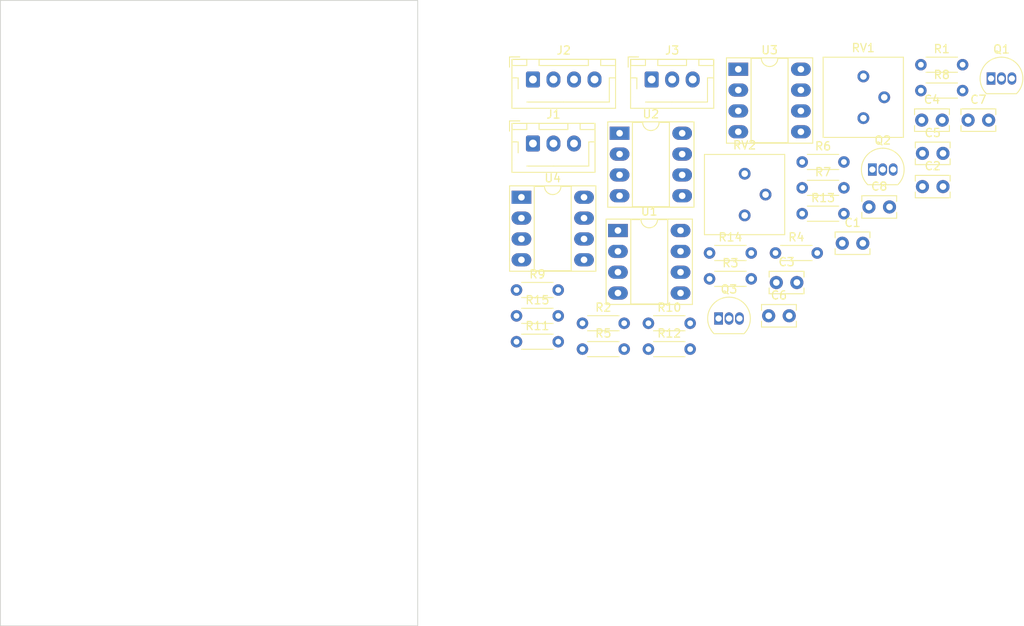
<source format=kicad_pcb>
(kicad_pcb (version 20211014) (generator pcbnew)
  (layers (0 "F.Cu" signal) (31 "B.Cu" signal) (34 "B.Paste" user) (35 "F.Paste" user) (36 "B.SilkS" user "B.Silkscreen") (37 "F.SilkS" user "F.Silkscreen") (38 "B.Mask" user) (39 "F.Mask" user) (44 "Edge.Cuts" user))
  (net 0 "")
  (net 1 "Net-(C1-Pad1)")
  (net 2 "Net-(C1-Pad2)")
  (net 3 "Net-(C2-Pad1)")
  (net 4 "Net-(C2-Pad2)")
  (net 5 "+5V")
  (net 6 "GND")
  (net 7 "-5V")
  (net 8 "/KEY")
  (net 9 "/TUNE")
  (net 10 "/LFO")
  (net 11 "/TRI")
  (net 12 "/SQR")
  (net 13 "/VIN")
  (net 14 "Net-(Q1-Pad3)")
  (net 15 "Net-(Q2-Pad1)")
  (net 16 "Net-(Q3-Pad2)")
  (net 17 "Net-(Q3-Pad1)")
  (net 18 "Net-(R1-Pad2)")
  (net 19 "Net-(R6-Pad2)")
  (net 20 "/VREF")
  (net 21 "/VEXPO")
  (net 22 "Net-(R10-Pad2)")
  (net 23 "Net-(R13-Pad1)")
  (net 24 "Net-(R14-Pad1)")
  (footprint "Potentiometer_THT:Potentiometer_Bourns_3386P_Vertical" (layer "F.Cu") (at 192.21 102.395)
    (fp_text reference "RV2" (at -0.015 -8.555) (layer "F.SilkS"))
    (fp_text value "10k")
    (fp_line (start -4.9 -7.425) (end 4.87 -7.425) (layer "F.SilkS") (width 0.12))
    (fp_line (start 4.87 -7.425) (end 4.87 2.345) (layer "F.SilkS") (width 0.12))
    (fp_line (start -4.9 2.345) (end 4.87 2.345) (layer "F.SilkS") (width 0.12))
    (fp_line (start -4.9 -7.425) (end -4.9 2.345) (layer "F.SilkS") (width 0.12))
    (pad "1" thru_hole circle locked (at 0 0) (size 1.44 1.44) (drill 0.8) (layers *.Cu *.Mask) (net 19 "Net-(R6-Pad2)"))
    (pad "2" thru_hole circle locked (at 2.54 -2.54) (size 1.44 1.44) (drill 0.8) (layers *.Cu *.Mask) (net 19 "Net-(R6-Pad2)"))
    (pad "3" thru_hole circle locked (at 0 -5.08) (size 1.44 1.44) (drill 0.8) (layers *.Cu *.Mask) (net 21 "/VEXPO"))
  )
  (footprint "Resistor_THT:R_Axial_DIN0204_L3.6mm_D1.6mm_P5.08mm_Horizontal" (layer "F.Cu") (at 187.93 110.125)
    (fp_text reference "R3" (at 2.54 -1.92) (layer "F.SilkS"))
    (fp_text value "100k")
    (fp_line (start 0.62 -0.92) (end 4.46 -0.92) (layer "F.SilkS") (width 0.12))
    (fp_line (start 0.62 0.92) (end 4.46 0.92) (layer "F.SilkS") (width 0.12))
    (pad "1" thru_hole circle locked (at 0 0) (size 1.4 1.4) (drill 0.7) (layers *.Cu *.Mask) (net 10 "/LFO"))
    (pad "2" thru_hole oval locked (at 5.08 0) (size 1.4 1.4) (drill 0.7) (layers *.Cu *.Mask) (net 18 "Net-(R1-Pad2)"))
  )
  (footprint "Capacitor_THT:C_Rect_L4.0mm_W2.5mm_P2.50mm" (layer "F.Cu") (at 213.76 90.785)
    (fp_text reference "C4" (at 1.25 -2.5) (layer "F.SilkS"))
    (fp_text value "0.1u")
    (fp_line (start 3.37 0.665) (end 3.37 1.37) (layer "F.SilkS") (width 0.12))
    (fp_line (start -0.87 0.665) (end -0.87 1.37) (layer "F.SilkS") (width 0.12))
    (fp_line (start -0.87 1.37) (end 3.37 1.37) (layer "F.SilkS") (width 0.12))
    (fp_line (start -0.87 -1.37) (end -0.87 -0.665) (layer "F.SilkS") (width 0.12))
    (fp_line (start -0.87 -1.37) (end 3.37 -1.37) (layer "F.SilkS") (width 0.12))
    (fp_line (start 3.37 -1.37) (end 3.37 -0.665) (layer "F.SilkS") (width 0.12))
    (pad "1" thru_hole circle locked (at 0 0) (size 1.6 1.6) (drill 0.8) (layers *.Cu *.Mask) (net 5 "+5V"))
    (pad "2" thru_hole circle locked (at 2.5 0) (size 1.6 1.6) (drill 0.8) (layers *.Cu *.Mask) (net 6 "GND"))
  )
  (footprint "Package_TO_SOT_THT:TO-92_Inline" (layer "F.Cu") (at 207.75 96.805)
    (fp_text reference "Q2" (at 1.27 -3.56) (layer "F.SilkS"))
    (fp_text value "BC548")
    (fp_line (start -0.53 1.85) (end 3.07 1.85) (layer "F.SilkS") (width 0.12))
    (fp_arc (start 1.27 -2.6) (mid 3.672087 -0.994977) (end 3.108478 1.838478) (layer "F.SilkS") (width 0.12))
    (fp_arc (start -0.568478 1.838478) (mid -1.132087 -0.994977) (end 1.27 -2.6) (layer "F.SilkS") (width 0.12))
    (pad "1" thru_hole rect locked (at 0 0) (size 1.05 1.5) (drill 0.75) (layers *.Cu *.Mask) (net 15 "Net-(Q2-Pad1)"))
    (pad "2" thru_hole oval locked (at 1.27 0) (size 1.05 1.5) (drill 0.75) (layers *.Cu *.Mask) (net 6 "GND"))
    (pad "3" thru_hole oval locked (at 2.54 0) (size 1.05 1.5) (drill 0.75) (layers *.Cu *.Mask) (net 14 "Net-(Q1-Pad3)"))
  )
  (footprint "Capacitor_THT:C_Rect_L4.0mm_W2.5mm_P2.50mm" (layer "F.Cu") (at 196.06 110.575)
    (fp_text reference "C3" (at 1.25 -2.5) (layer "F.SilkS"))
    (fp_text value "0.1u")
    (fp_line (start 3.37 -1.37) (end 3.37 -0.665) (layer "F.SilkS") (width 0.12))
    (fp_line (start -0.87 -1.37) (end 3.37 -1.37) (layer "F.SilkS") (width 0.12))
    (fp_line (start -0.87 1.37) (end 3.37 1.37) (layer "F.SilkS") (width 0.12))
    (fp_line (start -0.87 -1.37) (end -0.87 -0.665) (layer "F.SilkS") (width 0.12))
    (fp_line (start -0.87 0.665) (end -0.87 1.37) (layer "F.SilkS") (width 0.12))
    (fp_line (start 3.37 0.665) (end 3.37 1.37) (layer "F.SilkS") (width 0.12))
    (pad "1" thru_hole circle locked (at 0 0) (size 1.6 1.6) (drill 0.8) (layers *.Cu *.Mask) (net 5 "+5V"))
    (pad "2" thru_hole circle locked (at 2.5 0) (size 1.6 1.6) (drill 0.8) (layers *.Cu *.Mask) (net 6 "GND"))
  )
  (footprint "Resistor_THT:R_Axial_DIN0204_L3.6mm_D1.6mm_P5.08mm_Horizontal" (layer "F.Cu") (at 195.96 106.975)
    (fp_text reference "R4" (at 2.54 -1.92) (layer "F.SilkS"))
    (fp_text value "1M")
    (fp_line (start 0.62 -0.92) (end 4.46 -0.92) (layer "F.SilkS") (width 0.12))
    (fp_line (start 0.62 0.92) (end 4.46 0.92) (layer "F.SilkS") (width 0.12))
    (pad "1" thru_hole circle locked (at 0 0) (size 1.4 1.4) (drill 0.7) (layers *.Cu *.Mask) (net 5 "+5V"))
    (pad "2" thru_hole oval locked (at 5.08 0) (size 1.4 1.4) (drill 0.7) (layers *.Cu *.Mask) (net 1 "Net-(C1-Pad1)"))
  )
  (footprint "Package_TO_SOT_THT:TO-92_Inline" (layer "F.Cu") (at 189.03 114.955)
    (fp_text reference "Q3" (at 1.27 -3.56) (layer "F.SilkS"))
    (fp_text value "BC548")
    (fp_line (start -0.53 1.85) (end 3.07 1.85) (layer "F.SilkS") (width 0.12))
    (fp_arc (start 1.27 -2.6) (mid 3.672087 -0.994977) (end 3.108478 1.838478) (layer "F.SilkS") (width 0.12))
    (fp_arc (start -0.568478 1.838478) (mid -1.132087 -0.994977) (end 1.27 -2.6) (layer "F.SilkS") (width 0.12))
    (pad "1" thru_hole rect locked (at 0 0) (size 1.05 1.5) (drill 0.75) (layers *.Cu *.Mask) (net 17 "Net-(Q3-Pad1)"))
    (pad "2" thru_hole oval locked (at 1.27 0) (size 1.05 1.5) (drill 0.75) (layers *.Cu *.Mask) (net 16 "Net-(Q3-Pad2)"))
    (pad "3" thru_hole oval locked (at 2.54 0) (size 1.05 1.5) (drill 0.75) (layers *.Cu *.Mask) (net 6 "GND"))
  )
  (footprint "Resistor_THT:R_Axial_DIN0204_L3.6mm_D1.6mm_P5.08mm_Horizontal" (layer "F.Cu") (at 213.66 84.035)
    (fp_text reference "R1" (at 2.54 -1.92) (layer "F.SilkS"))
    (fp_text value "100k")
    (fp_line (start 0.62 0.92) (end 4.46 0.92) (layer "F.SilkS") (width 0.12))
    (fp_line (start 0.62 -0.92) (end 4.46 -0.92) (layer "F.SilkS") (width 0.12))
    (pad "1" thru_hole circle locked (at 0 0) (size 1.4 1.4) (drill 0.7) (layers *.Cu *.Mask) (net 8 "/KEY"))
    (pad "2" thru_hole oval locked (at 5.08 0) (size 1.4 1.4) (drill 0.7) (layers *.Cu *.Mask) (net 18 "Net-(R1-Pad2)"))
  )
  (footprint "Capacitor_THT:C_Rect_L4.0mm_W2.5mm_P2.50mm" (layer "F.Cu") (at 204.09 105.785)
    (fp_text reference "C1" (at 1.25 -2.5) (layer "F.SilkS"))
    (fp_text value "1n")
    (fp_line (start -0.87 -1.37) (end -0.87 -0.665) (layer "F.SilkS") (width 0.12))
    (fp_line (start -0.87 0.665) (end -0.87 1.37) (layer "F.SilkS") (width 0.12))
    (fp_line (start 3.37 -1.37) (end 3.37 -0.665) (layer "F.SilkS") (width 0.12))
    (fp_line (start 3.37 0.665) (end 3.37 1.37) (layer "F.SilkS") (width 0.12))
    (fp_line (start -0.87 1.37) (end 3.37 1.37) (layer "F.SilkS") (width 0.12))
    (fp_line (start -0.87 -1.37) (end 3.37 -1.37) (layer "F.SilkS") (width 0.12))
    (pad "1" thru_hole circle locked (at 0 0) (size 1.6 1.6) (drill 0.8) (layers *.Cu *.Mask) (net 1 "Net-(C1-Pad1)"))
    (pad "2" thru_hole circle locked (at 2.5 0) (size 1.6 1.6) (drill 0.8) (layers *.Cu *.Mask) (net 2 "Net-(C1-Pad2)"))
  )
  (footprint "Resistor_THT:R_Axial_DIN0204_L3.6mm_D1.6mm_P5.08mm_Horizontal" (layer "F.Cu") (at 213.66 87.185)
    (fp_text reference "R8" (at 2.54 -1.92) (layer "F.SilkS"))
    (fp_text value "100k")
    (fp_line (start 0.62 0.92) (end 4.46 0.92) (layer "F.SilkS") (width 0.12))
    (fp_line (start 0.62 -0.92) (end 4.46 -0.92) (layer "F.SilkS") (width 0.12))
    (pad "1" thru_hole circle locked (at 0 0) (size 1.4 1.4) (drill 0.7) (layers *.Cu *.Mask) (net 20 "/VREF"))
    (pad "2" thru_hole oval locked (at 5.08 0) (size 1.4 1.4) (drill 0.7) (layers *.Cu *.Mask) (net 6 "GND"))
  )
  (footprint "Connector_JST:JST_XH_B3B-XH-AM_1x03_P2.50mm_Vertical" (layer "F.Cu") (at 180.88 85.835)
    (fp_text reference "J3" (at 2.5 -3.55) (layer "F.SilkS"))
    (fp_text value "SIG")
    (fp_line (start -2.56 3.51) (end 7.56 3.51) (layer "F.SilkS") (width 0.12))
    (fp_line (start 7.56 -2.46) (end -2.56 -2.46) (layer "F.SilkS") (width 0.12))
    (fp_line (start 7.56 3.51) (end 7.56 -2.46) (layer "F.SilkS") (width 0.12))
    (fp_line (start 7.55 -1.7) (end 7.55 -2.45) (layer "F.SilkS") (width 0.12))
    (fp_line (start 4.25 -2.45) (end 0.75 -2.45) (layer "F.SilkS") (width 0.12))
    (fp_line (start 0.75 -2.45) (end 0.75 -1.7) (layer "F.SilkS") (width 0.12))
    (fp_line (start 7.55 -0.2) (end 6.8 -0.2) (layer "F.SilkS") (width 0.12))
    (fp_line (start -2.85 -2.75) (end -2.85 -1.5) (layer "F.SilkS") (width 0.12))
    (fp_line (start 6.8 2.75) (end 2.5 2.75) (layer "F.SilkS") (width 0.12))
    (fp_line (start 0.75 -1.7) (end 4.25 -1.7) (layer "F.SilkS") (width 0.12))
    (fp_line (start -2.55 -0.2) (end -1.8 -0.2) (layer "F.SilkS") (width 0.12))
    (fp_line (start 7.55 -2.45) (end 5.75 -2.45) (layer "F.SilkS") (width 0.12))
    (fp_line (start -2.56 -2.46) (end -2.56 3.51) (layer "F.SilkS") (width 0.12))
    (fp_line (start -0.75 -2.45) (end -2.55 -2.45) (layer "F.SilkS") (width 0.12))
    (fp_line (start -0.75 -1.7) (end -0.75 -2.45) (layer "F.SilkS") (width 0.12))
    (fp_line (start -2.55 -2.45) (end -2.55 -1.7) (layer "F.SilkS") (width 0.12))
    (fp_line (start -2.55 -1.7) (end -0.75 -1.7) (layer "F.SilkS") (width 0.12))
    (fp_line (start -1.6 -2.75) (end -2.85 -2.75) (layer "F.SilkS") (width 0.12))
    (fp_line (start 6.8 -0.2) (end 6.8 2.75) (layer "F.SilkS") (width 0.12))
    (fp_line (start -1.8 -0.2) (end -1.8 1.14) (layer "F.SilkS") (width 0.12))
    (fp_line (start 4.25 -1.7) (end 4.25 -2.45) (layer "F.SilkS") (width 0.12))
    (fp_line (start 2.5 2.75) (end -0.74 2.75) (layer "F.SilkS") (width 0.12))
    (fp_line (start 5.75 -1.7) (end 7.55 -1.7) (layer "F.SilkS") (width 0.12))
    (fp_line (start 5.75 -2.45) (end 5.75 -1.7) (layer "F.SilkS") (width 0.12))
    (pad "" np_thru_hole circle locked (at -1.6 2) (size 1.2 1.2) (drill 1.2) (layers *.Cu *.Mask))
    (pad "1" thru_hole roundrect locked (at 0 0) (size 1.7 1.95) (drill 0.95) (layers *.Cu *.Mask) (roundrect_rratio 0.147059) (net 11 "/TRI"))
    (pad "2" thru_hole oval locked (at 2.5 0) (size 1.7 1.95) (drill 0.95) (layers *.Cu *.Mask) (net 12 "/SQR"))
    (pad "3" thru_hole oval locked (at 5 0) (size 1.7 1.95) (drill 0.95) (layers *.Cu *.Mask) (net 6 "GND"))
  )
  (footprint "Resistor_THT:R_Axial_DIN0204_L3.6mm_D1.6mm_P5.08mm_Horizontal" (layer "F.Cu") (at 180.49 115.535)
    (fp_text reference "R10" (at 2.54 -1.92) (layer "F.SilkS"))
    (fp_text value "56k")
    (fp_line (start 0.62 -0.92) (end 4.46 -0.92) (layer "F.SilkS") (width 0.12))
    (fp_line (start 0.62 0.92) (end 4.46 0.92) (layer "F.SilkS") (width 0.12))
    (pad "1" thru_hole circle locked (at 0 0) (size 1.4 1.4) (drill 0.7) (layers *.Cu *.Mask) (net 21 "/VEXPO"))
    (pad "2" thru_hole oval locked (at 5.08 0) (size 1.4 1.4) (drill 0.7) (layers *.Cu *.Mask) (net 22 "Net-(R10-Pad2)"))
  )
  (footprint "Package_DIP:DIP-8_W7.62mm_Socket_LongPads" (layer "F.Cu") (at 176.78 104.235)
    (fp_text reference "U1" (at 3.81 -2.33) (layer "F.SilkS"))
    (fp_text value "LM358")
    (fp_line (start -1.44 -1.39) (end -1.44 9.01) (layer "F.SilkS") (width 0.12))
    (fp_line (start 1.56 8.95) (end 6.06 8.95) (layer "F.SilkS") (width 0.12))
    (fp_line (start 1.56 -1.33) (end 1.56 8.95) (layer "F.SilkS") (width 0.12))
    (fp_line (start -1.44 9.01) (end 9.06 9.01) (layer "F.SilkS") (width 0.12))
    (fp_line (start 6.06 -1.33) (end 4.81 -1.33) (layer "F.SilkS") (width 0.12))
    (fp_line (start 9.06 9.01) (end 9.06 -1.39) (layer "F.SilkS") (width 0.12))
    (fp_line (start 6.06 8.95) (end 6.06 -1.33) (layer "F.SilkS") (width 0.12))
    (fp_line (start 9.06 -1.39) (end -1.44 -1.39) (layer "F.SilkS") (width 0.12))
    (fp_line (start 2.81 -1.33) (end 1.56 -1.33) (layer "F.SilkS") (width 0.12))
    (fp_arc (start 4.81 -1.33) (mid 3.81 -0.33) (end 2.81 -1.33) (layer "F.SilkS") (width 0.12))
    (pad "1" thru_hole rect locked (at 0 0) (size 2.4 1.6) (drill 0.8) (layers *.Cu *.Mask) (net 21 "/VEXPO"))
    (pad "2" thru_hole oval locked (at 0 2.54) (size 2.4 1.6) (drill 0.8) (layers *.Cu *.Mask) (net 6 "GND"))
    (pad "3" thru_hole oval locked (at 0 5.08) (size 2.4 1.6) (drill 0.8) (layers *.Cu *.Mask) (net 15 "Net-(Q2-Pad1)"))
    (pad "4" thru_hole oval locked (at 0 7.62) (size 2.4 1.6) (drill 0.8) (layers *.Cu *.Mask) (net 7 "-5V"))
    (pad "5" thru_hole oval locked (at 7.62 7.62) (size 2.4 1.6) (drill 0.8) (layers *.Cu *.Mask) (net 6 "GND"))
    (pad "6" thru_hole oval locked (at 7.62 5.08) (size 2.4 1.6) (drill 0.8) (layers *.Cu *.Mask) (net 18 "Net-(R1-Pad2)"))
    (pad "7" thru_hole oval locked (at 7.62 2.54) (size 2.4 1.6) (drill 0.8) (layers *.Cu *.Mask) (net 13 "/VIN"))
    (pad "8" thru_hole oval locked (at 7.62 0) (size 2.4 1.6) (drill 0.8) (layers *.Cu *.Mask) (net 5 "+5V"))
  )
  (footprint "Resistor_THT:R_Axial_DIN0204_L3.6mm_D1.6mm_P5.08mm_Horizontal" (layer "F.Cu") (at 172.46 118.685)
    (fp_text reference "R5" (at 2.54 -1.92) (layer "F.SilkS"))
    (fp_text value "1k")
    (fp_line (start 0.62 -0.92) (end 4.46 -0.92) (layer "F.SilkS") (width 0.12))
    (fp_line (start 0.62 0.92) (end 4.46 0.92) (layer "F.SilkS") (width 0.12))
    (pad "1" thru_hole circle locked (at 0 0) (size 1.4 1.4) (drill 0.7) (layers *.Cu *.Mask) (net 14 "Net-(Q1-Pad3)"))
    (pad "2" thru_hole oval locked (at 5.08 0) (size 1.4 1.4) (drill 0.7) (layers *.Cu *.Mask) (net 2 "Net-(C1-Pad2)"))
  )
  (footprint "Resistor_THT:R_Axial_DIN0204_L3.6mm_D1.6mm_P5.08mm_Horizontal" (layer "F.Cu") (at 172.46 115.535)
    (fp_text reference "R2" (at 2.54 -1.92) (layer "F.SilkS"))
    (fp_text value "100k")
    (fp_line (start 0.62 -0.92) (end 4.46 -0.92) (layer "F.SilkS") (width 0.12))
    (fp_line (start 0.62 0.92) (end 4.46 0.92) (layer "F.SilkS") (width 0.12))
    (pad "1" thru_hole circle locked (at 0 0) (size 1.4 1.4) (drill 0.7) (layers *.Cu *.Mask) (net 9 "/TUNE"))
    (pad "2" thru_hole oval locked (at 5.08 0) (size 1.4 1.4) (drill 0.7) (layers *.Cu *.Mask) (net 18 "Net-(R1-Pad2)"))
  )
  (footprint "Resistor_THT:R_Axial_DIN0204_L3.6mm_D1.6mm_P5.08mm_Horizontal" (layer "F.Cu") (at 199.21 95.885)
    (fp_text reference "R6" (at 2.54 -1.92) (layer "F.SilkS"))
    (fp_text value "22k")
    (fp_line (start 0.62 -0.92) (end 4.46 -0.92) (layer "F.SilkS") (width 0.12))
    (fp_line (start 0.62 0.92) (end 4.46 0.92) (layer "F.SilkS") (width 0.12))
    (pad "1" thru_hole circle locked (at 0 0) (size 1.4 1.4) (drill 0.7) (layers *.Cu *.Mask) (net 15 "Net-(Q2-Pad1)"))
    (pad "2" thru_hole oval locked (at 5.08 0) (size 1.4 1.4) (drill 0.7) (layers *.Cu *.Mask) (net 19 "Net-(R6-Pad2)"))
  )
  (footprint "Resistor_THT:R_Axial_DIN0204_L3.6mm_D1.6mm_P5.08mm_Horizontal" (layer "F.Cu") (at 180.49 118.685)
    (fp_text reference "R12" (at 2.54 -1.92) (layer "F.SilkS"))
    (fp_text value "56k")
    (fp_line (start 0.62 -0.92) (end 4.46 -0.92) (layer "F.SilkS") (width 0.12))
    (fp_line (start 0.62 0.92) (end 4.46 0.92) (layer "F.SilkS") (width 0.12))
    (pad "1" thru_hole circle locked (at 0 0) (size 1.4 1.4) (drill 0.7) (layers *.Cu *.Mask) (net 17 "Net-(Q3-Pad1)"))
    (pad "2" thru_hole oval locked (at 5.08 0) (size 1.4 1.4) (drill 0.7) (layers *.Cu *.Mask) (net 3 "Net-(C2-Pad1)"))
  )
  (footprint "Capacitor_THT:C_Rect_L4.0mm_W2.5mm_P2.50mm" (layer "F.Cu") (at 219.41 90.785)
    (fp_text reference "C7" (at 1.25 -2.5) (layer "F.SilkS"))
    (fp_text value "0.1u")
    (fp_line (start -0.87 -1.37) (end 3.37 -1.37) (layer "F.SilkS") (width 0.12))
    (fp_line (start -0.87 0.665) (end -0.87 1.37) (layer "F.SilkS") (width 0.12))
    (fp_line (start -0.87 -1.37) (end -0.87 -0.665) (layer "F.SilkS") (width 0.12))
    (fp_line (start 3.37 0.665) (end 3.37 1.37) (layer "F.SilkS") (width 0.12))
    (fp_line (start -0.87 1.37) (end 3.37 1.37) (layer "F.SilkS") (width 0.12))
    (fp_line (start 3.37 -1.37) (end 3.37 -0.665) (layer "F.SilkS") (width 0.12))
    (pad "1" thru_hole circle locked (at 0 0) (size 1.6 1.6) (drill 0.8) (layers *.Cu *.Mask) (net 5 "+5V"))
    (pad "2" thru_hole circle locked (at 2.5 0) (size 1.6 1.6) (drill 0.8) (layers *.Cu *.Mask) (net 6 "GND"))
  )
  (footprint "Resistor_THT:R_Axial_DIN0204_L3.6mm_D1.6mm_P5.08mm_Horizontal" (layer "F.Cu") (at 164.43 114.635)
    (fp_text reference "R15" (at 2.54 -1.92) (layer "F.SilkS"))
    (fp_text value "100k")
    (fp_line (start 0.62 -0.92) (end 4.46 -0.92) (layer "F.SilkS") (width 0.12))
    (fp_line (start 0.62 0.92) (end 4.46 0.92) (layer "F.SilkS") (width 0.12))
    (pad "1" thru_hole circle locked (at 0 0) (size 1.4 1.4) (drill 0.7) (layers *.Cu *.Mask) (net 24 "Net-(R14-Pad1)"))
    (pad "2" thru_hole oval locked (at 5.08 0) (size 1.4 1.4) (drill 0.7) (layers *.Cu *.Mask) (net 16 "Net-(Q3-Pad2)"))
  )
  (footprint "Package_DIP:DIP-8_W7.62mm_Socket_LongPads" (layer "F.Cu") (at 176.98 92.385)
    (fp_text reference "U2" (at 3.81 -2.33) (layer "F.SilkS"))
    (fp_text value "LM358")
    (fp_line (start 1.56 8.95) (end 6.06 8.95) (layer "F.SilkS") (width 0.12))
    (fp_line (start -1.44 9.01) (end 9.06 9.01) (layer "F.SilkS") (width 0.12))
    (fp_line (start 6.06 -1.33) (end 4.81 -1.33) (layer "F.SilkS") (width 0.12))
    (fp_line (start 1.56 -1.33) (end 1.56 8.95) (layer "F.SilkS") (width 0.12))
    (fp_line (start 9.06 9.01) (end 9.06 -1.39) (layer "F.SilkS") (width 0.12))
    (fp_line (start -1.44 -1.39) (end -1.44 9.01) (layer "F.SilkS") (width 0.12))
    (fp_line (start 9.06 -1.39) (end -1.44 -1.39) (layer "F.SilkS") (width 0.12))
    (fp_line (start 6.06 8.95) (end 6.06 -1.33) (layer "F.SilkS") (width 0.12))
    (fp_line (start 2.81 -1.33) (end 1.56 -1.33) (layer "F.SilkS") (width 0.12))
    (fp_arc (start 4.81 -1.33) (mid 3.81 -0.33) (end 2.81 -1.33) (layer "F.SilkS") (width 0.12))
    (pad "1" thru_hole rect locked (at 0 0) (size 2.4 1.6) (drill 0.8) (layers *.Cu *.Mask))
    (pad "2" thru_hole oval locked (at 0 2.54) (size 2.4 1.6) (drill 0.8) (layers *.Cu *.Mask) (net 6 "GND"))
    (pad "3" thru_hole oval locked (at 0 5.08) (size 2.4 1.6) (drill 0.8) (layers *.Cu *.Mask) (net 6 "GND"))
    (pad "4" thru_hole oval locked (at 0 7.62) (size 2.4 1.6) (drill 0.8) (layers *.Cu *.Mask) (net 7 "-5V"))
    (pad "5" thru_hole oval locked (at 7.62 7.62) (size 2.4 1.6) (drill 0.8) (layers *.Cu *.Mask) (net 1 "Net-(C1-Pad1)"))
    (pad "6" thru_hole oval locked (at 7.62 5.08) (size 2.4 1.6) (drill 0.8) (layers *.Cu *.Mask) (net 6 "GND"))
    (pad "7" thru_hole oval locked (at 7.62 2.54) (size 2.4 1.6) (drill 0.8) (layers *.Cu *.Mask) (net 2 "Net-(C1-Pad2)"))
    (pad "8" thru_hole oval locked (at 7.62 0) (size 2.4 1.6) (drill 0.8) (layers *.Cu *.Mask) (net 5 "+5V"))
  )
  (footprint "Capacitor_THT:C_Rect_L4.0mm_W2.5mm_P2.50mm" (layer "F.Cu") (at 195.13 114.625)
    (fp_text reference "C6" (at 1.25 -2.5) (layer "F.SilkS"))
    (fp_text value "0.1u")
    (fp_line (start -0.87 0.665) (end -0.87 1.37) (layer "F.SilkS") (width 0.12))
    (fp_line (start -0.87 -1.37) (end -0.87 -0.665) (layer "F.SilkS") (width 0.12))
    (fp_line (start -0.87 1.37) (end 3.37 1.37) (layer "F.SilkS") (width 0.12))
    (fp_line (start 3.37 0.665) (end 3.37 1.37) (layer "F.SilkS") (width 0.12))
    (fp_line (start -0.87 -1.37) (end 3.37 -1.37) (layer "F.SilkS") (width 0.12))
    (fp_line (start 3.37 -1.37) (end 3.37 -0.665) (layer "F.SilkS") (width 0.12))
    (pad "1" thru_hole circle locked (at 0 0) (size 1.6 1.6) (drill 0.8) (layers *.Cu *.Mask) (net 7 "-5V"))
    (pad "2" thru_hole circle locked (at 2.5 0) (size 1.6 1.6) (drill 0.8) (layers *.Cu *.Mask) (net 6 "GND"))
  )
  (footprint "Capacitor_THT:C_Rect_L4.0mm_W2.5mm_P2.50mm" (layer "F.Cu") (at 213.85 94.835)
    (fp_text reference "C5" (at 1.25 -2.5) (layer "F.SilkS"))
    (fp_text value "0.1u")
    (fp_line (start -0.87 0.665) (end -0.87 1.37) (layer "F.SilkS") (width 0.12))
    (fp_line (start -0.87 -1.37) (end -0.87 -0.665) (layer "F.SilkS") (width 0.12))
    (fp_line (start 3.37 -1.37) (end 3.37 -0.665) (layer "F.SilkS") (width 0.12))
    (fp_line (start 3.37 0.665) (end 3.37 1.37) (layer "F.SilkS") (width 0.12))
    (fp_line (start -0.87 1.37) (end 3.37 1.37) (layer "F.SilkS") (width 0.12))
    (fp_line (start -0.87 -1.37) (end 3.37 -1.37) (layer "F.SilkS") (width 0.12))
    (pad "1" thru_hole circle locked (at 0 0) (size 1.6 1.6) (drill 0.8) (layers *.Cu *.Mask) (net 7 "-5V"))
    (pad "2" thru_hole circle locked (at 2.5 0) (size 1.6 1.6) (drill 0.8) (layers *.Cu *.Mask) (net 6 "GND"))
  )
  (footprint "Package_DIP:DIP-8_W7.62mm_Socket_LongPads" (layer "F.Cu") (at 165.03 100.185)
    (fp_text reference "U4" (at 3.81 -2.33) (layer "F.SilkS"))
    (fp_text value "LM358")
    (fp_line (start 1.56 -1.33) (end 1.56 8.95) (layer "F.SilkS") (width 0.12))
    (fp_line (start 1.56 8.95) (end 6.06 8.95) (layer "F.SilkS") (width 0.12))
    (fp_line (start -1.44 9.01) (end 9.06 9.01) (layer "F.SilkS") (width 0.12))
    (fp_line (start 9.06 9.01) (end 9.06 -1.39) (layer "F.SilkS") (width 0.12))
    (fp_line (start 6.06 -1.33) (end 4.81 -1.33) (layer "F.SilkS") (width 0.12))
    (fp_line (start 6.06 8.95) (end 6.06 -1.33) (layer "F.SilkS") (width 0.12))
    (fp_line (start -1.44 -1.39) (end -1.44 9.01) (layer "F.SilkS") (width 0.12))
    (fp_line (start 2.81 -1.33) (end 1.56 -1.33) (layer "F.SilkS") (width 0.12))
    (fp_line (start 9.06 -1.39) (end -1.44 -1.39) (layer "F.SilkS") (width 0.12))
    (fp_arc (start 4.81 -1.33) (mid 3.81 -0.33) (end 2.81 -1.33) (layer "F.SilkS") (width 0.12))
    (pad "1" thru_hole rect locked (at 0 0) (size 2.4 1.6) (drill 0.8) (layers *.Cu *.Mask) (net 11 "/TRI"))
    (pad "2" thru_hole oval locked (at 0 2.54) (size 2.4 1.6) (drill 0.8) (layers *.Cu *.Mask) (net 11 "/TRI"))
    (pad "3" thru_hole oval locked (at 0 5.08) (size 2.4 1.6) (drill 0.8) (layers *.Cu *.Mask) (net 4 "Net-(C2-Pad2)"))
    (pad "4" thru_hole oval locked (at 0 7.62) (size 2.4 1.6) (drill 0.8) (layers *.Cu *.Mask) (net 6 "GND"))
    (pad "5" thru_hole oval locked (at 7.62 7.62) (size 2.4 1.6) (drill 0.8) (layers *.Cu *.Mask) (net 24 "Net-(R14-Pad1)"))
    (pad "6" thru_hole oval locked (at 7.62 5.08) (size 2.4 1.6) (drill 0.8) (layers *.Cu *.Mask) (net 12 "/SQR"))
    (pad "7" thru_hole oval locked (at 7.62 2.54) (size 2.4 1.6) (drill 0.8) (layers *.Cu *.Mask) (net 12 "/SQR"))
    (pad "8" thru_hole oval locked (at 7.62 0) (size 2.4 1.6) (drill 0.8) (layers *.Cu *.Mask) (net 5 "+5V"))
  )
  (footprint "Resistor_THT:R_Axial_DIN0204_L3.6mm_D1.6mm_P5.08mm_Horizontal" (layer "F.Cu") (at 164.43 111.485)
    (fp_text reference "R9" (at 2.54 -1.92) (layer "F.SilkS"))
    (fp_text value "100k")
    (fp_line (start 0.62 -0.92) (end 4.46 -0.92) (layer "F.SilkS") (width 0.12))
    (fp_line (start 0.62 0.92) (end 4.46 0.92) (layer "F.SilkS") (width 0.12))
    (pad "1" thru_hole circle locked (at 0 0) (size 1.4 1.4) (drill 0.7) (layers *.Cu *.Mask) (net 21 "/VEXPO"))
    (pad "2" thru_hole oval locked (at 5.08 0) (size 1.4 1.4) (drill 0.7) (layers *.Cu *.Mask) (net 3 "Net-(C2-Pad1)"))
  )
  (footprint "Resistor_THT:R_Axial_DIN0204_L3.6mm_D1.6mm_P5.08mm_Horizontal" (layer "F.Cu") (at 187.93 106.975)
    (fp_text reference "R14" (at 2.54 -1.92) (layer "F.SilkS"))
    (fp_text value "100k")
    (fp_line (start 0.62 0.92) (end 4.46 0.92) (layer "F.SilkS") (width 0.12))
    (fp_line (start 0.62 -0.92) (end 4.46 -0.92) (layer "F.SilkS") (width 0.12))
    (pad "1" thru_hole circle locked (at 0 0) (size 1.4 1.4) (drill 0.7) (layers *.Cu *.Mask) (net 24 "Net-(R14-Pad1)"))
    (pad "2" thru_hole oval locked (at 5.08 0) (size 1.4 1.4) (drill 0.7) (layers *.Cu *.Mask) (net 23 "Net-(R13-Pad1)"))
  )
  (footprint "Resistor_THT:R_Axial_DIN0204_L3.6mm_D1.6mm_P5.08mm_Horizontal" (layer "F.Cu") (at 164.43 117.785)
    (fp_text reference "R11" (at 2.54 -1.92) (layer "F.SilkS"))
    (fp_text value "56k")
    (fp_line (start 0.62 -0.92) (end 4.46 -0.92) (layer "F.SilkS") (width 0.12))
    (fp_line (start 0.62 0.92) (end 4.46 0.92) (layer "F.SilkS") (width 0.12))
    (pad "1" thru_hole circle locked (at 0 0) (size 1.4 1.4) (drill 0.7) (layers *.Cu *.Mask) (net 6 "GND"))
    (pad "2" thru_hole oval locked (at 5.08 0) (size 1.4 1.4) (drill 0.7) (layers *.Cu *.Mask) (net 22 "Net-(R10-Pad2)"))
  )
  (footprint "Package_TO_SOT_THT:TO-92_Inline" (layer "F.Cu") (at 222.2 85.715)
    (fp_text reference "Q1" (at 1.27 -3.56) (layer "F.SilkS"))
    (fp_text value "BC548")
    (fp_line (start -0.53 1.85) (end 3.07 1.85) (layer "F.SilkS") (width 0.12))
    (fp_arc (start 1.27 -2.6) (mid 3.672087 -0.994977) (end 3.108478 1.838478) (layer "F.SilkS") (width 0.12))
    (fp_arc (start -0.568478 1.838478) (mid -1.132087 -0.994977) (end 1.27 -2.6) (layer "F.SilkS") (width 0.12))
    (pad "1" thru_hole rect locked (at 0 0) (size 1.05 1.5) (drill 0.75) (layers *.Cu *.Mask) (net 1 "Net-(C1-Pad1)"))
    (pad "2" thru_hole oval locked (at 1.27 0) (size 1.05 1.5) (drill 0.75) (layers *.Cu *.Mask) (net 13 "/VIN"))
    (pad "3" thru_hole oval locked (at 2.54 0) (size 1.05 1.5) (drill 0.75) (layers *.Cu *.Mask) (net 14 "Net-(Q1-Pad3)"))
  )
  (footprint "Potentiometer_THT:Potentiometer_Bourns_3386P_Vertical" (layer "F.Cu") (at 206.66 90.545)
    (fp_text reference "RV1" (at -0.015 -8.555) (layer "F.SilkS"))
    (fp_text value "10k")
    (fp_line (start -4.9 2.345) (end 4.87 2.345) (layer "F.SilkS") (width 0.12))
    (fp_line (start 4.87 -7.425) (end 4.87 2.345) (layer "F.SilkS") (width 0.12))
    (fp_line (start -4.9 -7.425) (end 4.87 -7.425) (layer "F.SilkS") (width 0.12))
    (fp_line (start -4.9 -7.425) (end -4.9 2.345) (layer "F.SilkS") (width 0.12))
    (pad "1" thru_hole circle locked (at 0 0) (size 1.44 1.44) (drill 0.8) (layers *.Cu *.Mask) (net 18 "Net-(R1-Pad2)"))
    (pad "2" thru_hole circle locked (at 2.54 -2.54) (size 1.44 1.44) (drill 0.8) (layers *.Cu *.Mask) (net 13 "/VIN"))
    (pad "3" thru_hole circle locked (at 0 -5.08) (size 1.44 1.44) (drill 0.8) (layers *.Cu *.Mask) (net 13 "/VIN"))
  )
  (footprint "Resistor_THT:R_Axial_DIN0204_L3.6mm_D1.6mm_P5.08mm_Horizontal" (layer "F.Cu") (at 199.21 102.185)
    (fp_text reference "R13" (at 2.54 -1.92) (layer "F.SilkS"))
    (fp_text value "56k")
    (fp_line (start 0.62 0.92) (end 4.46 0.92) (layer "F.SilkS") (width 0.12))
    (fp_line (start 0.62 -0.92) (end 4.46 -0.92) (layer "F.SilkS") (width 0.12))
    (pad "1" thru_hole circle locked (at 0 0) (size 1.4 1.4) (drill 0.7) (layers *.Cu *.Mask) (net 23 "Net-(R13-Pad1)"))
    (pad "2" thru_hole oval locked (at 5.08 0) (size 1.4 1.4) (drill 0.7) (layers *.Cu *.Mask) (net 20 "/VREF"))
  )
  (footprint "Connector_JST:JST_XH_B3B-XH-AM_1x03_P2.50mm_Vertical" (layer "F.Cu") (at 166.43 93.635)
    (fp_text reference "J1" (at 2.5 -3.55) (layer "F.SilkS"))
    (fp_text value "PWR")
    (fp_line (start -0.75 -2.45) (end -2.55 -2.45) (layer "F.SilkS") (width 0.12))
    (fp_line (start -1.8 -0.2) (end -1.8 1.14) (layer "F.SilkS") (width 0.12))
    (fp_line (start 4.25 -1.7) (end 4.25 -2.45) (layer "F.SilkS") (width 0.12))
    (fp_line (start 7.55 -1.7) (end 7.55 -2.45) (layer "F.SilkS") (width 0.12))
    (fp_line (start 7.55 -0.2) (end 6.8 -0.2) (layer "F.SilkS") (width 0.12))
    (fp_line (start 5.75 -2.45) (end 5.75 -1.7) (layer "F.SilkS") (width 0.12))
    (fp_line (start 7.56 -2.46) (end -2.56 -2.46) (layer "F.SilkS") (width 0.12))
    (fp_line (start 7.55 -2.45) (end 5.75 -2.45) (layer "F.SilkS") (width 0.12))
    (fp_line (start 6.8 -0.2) (end 6.8 2.75) (layer "F.SilkS") (width 0.12))
    (fp_line (start 5.75 -1.7) (end 7.55 -1.7) (layer "F.SilkS") (width 0.12))
    (fp_line (start -1.6 -2.75) (end -2.85 -2.75) (layer "F.SilkS") (width 0.12))
    (fp_line (start 4.25 -2.45) (end 0.75 -2.45) (layer "F.SilkS") (width 0.12))
    (fp_line (start 6.8 2.75) (end 2.5 2.75) (layer "F.SilkS") (width 0.12))
    (fp_line (start -2.55 -1.7) (end -0.75 -1.7) (layer "F.SilkS") (width 0.12))
    (fp_line (start 0.75 -1.7) (end 4.25 -1.7) (layer "F.SilkS") (width 0.12))
    (fp_line (start 0.75 -2.45) (end 0.75 -1.7) (layer "F.SilkS") (width 0.12))
    (fp_line (start -2.55 -0.2) (end -1.8 -0.2) (layer "F.SilkS") (width 0.12))
    (fp_line (start -2.85 -2.75) (end -2.85 -1.5) (layer "F.SilkS") (width 0.12))
    (fp_line (start -2.56 3.51) (end 7.56 3.51) (layer "F.SilkS") (width 0.12))
    (fp_line (start 2.5 2.75) (end -0.74 2.75) (layer "F.SilkS") (width 0.12))
    (fp_line (start -0.75 -1.7) (end -0.75 -2.45) (layer "F.SilkS") (width 0.12))
    (fp_line (start -2.55 -2.45) (end -2.55 -1.7) (layer "F.SilkS") (width 0.12))
    (fp_line (start -2.56 -2.46) (end -2.56 3.51) (layer "F.SilkS") (width 0.12))
    (fp_line (start 7.56 3.51) (end 7.56 -2.46) (layer "F.SilkS") (width 0.12))
    (pad "" np_thru_hole circle locked (at -1.6 2) (size 1.2 1.2) (drill 1.2) (layers *.Cu *.Mask))
    (pad "1" thru_hole roundrect locked (at 0 0) (size 1.7 1.95) (drill 0.95) (layers *.Cu *.Mask) (roundrect_rratio 0.147059) (net 5 "+5V"))
    (pad "2" thru_hole oval locked (at 2.5 0) (size 1.7 1.95) (drill 0.95) (layers *.Cu *.Mask) (net 7 "-5V"))
    (pad "3" thru_hole oval locked (at 5 0) (size 1.7 1.95) (drill 0.95) (layers *.Cu *.Mask) (net 6 "GND"))
  )
  (footprint "Resistor_THT:R_Axial_DIN0204_L3.6mm_D1.6mm_P5.08mm_Horizontal" (layer "F.Cu") (at 199.21 99.035)
    (fp_text reference "R7" (at 2.54 -1.92) (layer "F.SilkS"))
    (fp_text value "100k")
    (fp_line (start 0.62 -0.92) (end 4.46 -0.92) (layer "F.SilkS") (width 0.12))
    (fp_line (start 0.62 0.92) (end 4.46 0.92) (layer "F.SilkS") (width 0.12))
    (pad "1" thru_hole circle locked (at 0 0) (size 1.4 1.4) (drill 0.7) (layers *.Cu *.Mask) (net 5 "+5V"))
    (pad "2" thru_hole oval locked (at 5.08 0) (size 1.4 1.4) (drill 0.7) (layers *.Cu *.Mask) (net 20 "/VREF"))
  )
  (footprint "Capacitor_THT:C_Rect_L4.0mm_W2.5mm_P2.50mm" (layer "F.Cu") (at 213.85 98.885)
    (fp_text reference "C2" (at 1.25 -2.5) (layer "F.SilkS"))
    (fp_text value "~4n")
    (fp_line (start -0.87 -1.37) (end 3.37 -1.37) (layer "F.SilkS") (width 0.12))
    (fp_line (start 3.37 0.665) (end 3.37 1.37) (layer "F.SilkS") (width 0.12))
    (fp_line (start -0.87 -1.37) (end -0.87 -0.665) (layer "F.SilkS") (width 0.12))
    (fp_line (start -0.87 1.37) (end 3.37 1.37) (layer "F.SilkS") (width 0.12))
    (fp_line (start 3.37 -1.37) (end 3.37 -0.665) (layer "F.SilkS") (width 0.12))
    (fp_line (start -0.87 0.665) (end -0.87 1.37) (layer "F.SilkS") (width 0.12))
    (pad "1" thru_hole circle locked (at 0 0) (size 1.6 1.6) (drill 0.8) (layers *.Cu *.Mask) (net 3 "Net-(C2-Pad1)"))
    (pad "2" thru_hole circle locked (at 2.5 0) (size 1.6 1.6) (drill 0.8) (layers *.Cu *.Mask) (net 4 "Net-(C2-Pad2)"))
  )
  (footprint "Package_DIP:DIP-8_W7.62mm_Socket_LongPads" (layer "F.Cu") (at 191.43 84.585)
    (fp_text reference "U3" (at 3.81 -2.33) (layer "F.SilkS"))
    (fp_text value "LM358")
    (fp_line (start 2.81 -1.33) (end 1.56 -1.33) (layer "F.SilkS") (width 0.12))
    (fp_line (start 6.06 -1.33) (end 4.81 -1.33) (layer "F.SilkS") (width 0.12))
    (fp_line (start 9.06 9.01) (end 9.06 -1.39) (layer "F.SilkS") (width 0.12))
    (fp_line (start 6.06 8.95) (end 6.06 -1.33) (layer "F.SilkS") (width 0.12))
    (fp_line (start -1.44 -1.39) (end -1.44 9.01) (layer "F.SilkS") (width 0.12))
    (fp_line (start -1.44 9.01) (end 9.06 9.01) (layer "F.SilkS") (width 0.12))
    (fp_line (start 1.56 -1.33) (end 1.56 8.95) (layer "F.SilkS") (width 0.12))
    (fp_line (start 9.06 -1.39) (end -1.44 -1.39) (layer "F.SilkS") (width 0.12))
    (fp_line (start 1.56 8.95) (end 6.06 8.95) (layer "F.SilkS") (width 0.12))
    (fp_arc (start 4.81 -1.33) (mid 3.81 -0.33) (end 2.81 -1.33) (layer "F.SilkS") (width 0.12))
    (pad "1" thru_hole rect locked (at 0 0) (size 2.4 1.6) (drill 0.8) (layers *.Cu *.Mask) (net 4 "Net-(C2-Pad2)"))
    (pad "2" thru_hole oval locked (at 0 2.54) (size 2.4 1.6) (drill 0.8) (layers *.Cu *.Mask) (net 3 "Net-(C2-Pad1)"))
    (pad "3" thru_hole oval locked (at 0 5.08) (size 2.4 1.6) (drill 0.8) (layers *.Cu *.Mask) (net 22 "Net-(R10-Pad2)"))
    (pad "4" thru_hole oval locked (at 0 7.62) (size 2.4 1.6) (drill 0.8) (layers *.Cu *.Mask) (net 6 "GND"))
    (pad "5" thru_hole oval locked (at 7.62 7.62) (size 2.4 1.6) (drill 0.8) (layers *.Cu *.Mask) (net 23 "Net-(R13-Pad1)"))
    (pad "6" thru_hole oval locked (at 7.62 5.08) (size 2.4 1.6) (drill 0.8) (layers *.Cu *.Mask) (net 4 "Net-(C2-Pad2)"))
    (pad "7" thru_hole oval locked (at 7.62 2.54) (size 2.4 1.6) (drill 0.8) (layers *.Cu *.Mask) (net 24 "Net-(R14-Pad1)"))
    (pad "8" thru_hole oval locked (at 7.62 0) (size 2.4 1.6) (drill 0.8) (layers *.Cu *.Mask) (net 5 "+5V"))
  )
  (footprint "Connector_JST:JST_XH_B4B-XH-AM_1x04_P2.50mm_Vertical" (layer "F.Cu") (at 166.43 85.835)
    (fp_text reference "J2" (at 3.75 -3.55) (layer "F.SilkS"))
    (fp_text value "CV")
    (fp_line (start 10.05 -1.7) (end 10.05 -2.45) (layer "F.SilkS") (width 0.12))
    (fp_line (start 0.75 -1.7) (end 6.75 -1.7) (layer "F.SilkS") (width 0.12))
    (fp_line (start -0.75 -1.7) (end -0.75 -2.45) (layer "F.SilkS") (width 0.12))
    (fp_line (start 9.3 -0.2) (end 9.3 2.75) (layer "F.SilkS") (width 0.12))
    (fp_line (start -1.8 -0.2) (end -1.8 1.14) (layer "F.SilkS") (width 0.12))
    (fp_line (start 10.05 -2.45) (end 8.25 -2.45) (layer "F.SilkS") (width 0.12))
    (fp_line (start 8.25 -2.45) (end 8.25 -1.7) (layer "F.SilkS") (width 0.12))
    (fp_line (start 10.05 -0.2) (end 9.3 -0.2) (layer "F.SilkS") (width 0.12))
    (fp_line (start 9.3 2.75) (end 3.75 2.75) (layer "F.SilkS") (width 0.12))
    (fp_line (start -2.85 -2.75) (end -2.85 -1.5) (layer "F.SilkS") (width 0.12))
    (fp_line (start 10.06 -2.46) (end -2.56 -2.46) (layer "F.SilkS") (width 0.12))
    (fp_line (start -0.75 -2.45) (end -2.55 -2.45) (layer "F.SilkS") (width 0.12))
    (fp_line (start -2.55 -2.45) (end -2.55 -1.7) (layer "F.SilkS") (width 0.12))
    (fp_line (start -2.55 -0.2) (end -1.8 -0.2) (layer "F.SilkS") (width 0.12))
    (fp_line (start 8.25 -1.7) (end 10.05 -1.7) (layer "F.SilkS") (width 0.12))
    (fp_line (start -2.56 3.51) (end 10.06 3.51) (layer "F.SilkS") (width 0.12))
    (fp_line (start 10.06 3.51) (end 10.06 -2.46) (layer "F.SilkS") (width 0.12))
    (fp_line (start 0.75 -2.45) (end 0.75 -1.7) (layer "F.SilkS") (width 0.12))
    (fp_line (start 6.75 -2.45) (end 0.75 -2.45) (layer "F.SilkS") (width 0.12))
    (fp_line (start 6.75 -1.7) (end 6.75 -2.45) (layer "F.SilkS") (width 0.12))
    (fp_line (start -2.55 -1.7) (end -0.75 -1.7) (layer "F.SilkS") (width 0.12))
    (fp_line (start 3.75 2.75) (end -0.74 2.75) (layer "F.SilkS") (width 0.12))
    (fp_line (start -2.56 -2.46) (end -2.56 3.51) (layer "F.SilkS") (width 0.12))
    (fp_line (start -1.6 -2.75) (end -2.85 -2.75) (layer "F.SilkS") (width 0.12))
    (pad "" np_thru_hole circle locked (at -1.6 2) (size 1.2 1.2) (drill 1.2) (layers *.Cu *.Mask))
    (pad "1" thru_hole roundrect locked (at 0 0) (size 1.7 1.95) (drill 0.95) (layers *.Cu *.Mask) (roundrect_rratio 0.147059) (net 8 "/KEY"))
    (pad "2" thru_hole oval locked (at 2.5 0) (size 1.7 1.95) (drill 0.95) (layers *.Cu *.Mask) (net 9 "/TUNE"))
    (pad "3" thru_hole oval locked (at 5 0) (size 1.7 1.95) (drill 0.95) (layers *.Cu *.Mask) (net 10 "/LFO"))
    (pad "4" thru_hole oval locked (at 7.5 0) (size 1.7 1.95) (drill 0.95) (layers *.Cu *.Mask) (net 6 "GND"))
  )
  (footprint "Capacitor_THT:C_Rect_L4.0mm_W2.5mm_P2.50mm" (layer "F.Cu") (at 207.34 101.365)
    (fp_text reference "C8" (at 1.25 -2.5) (layer "F.SilkS"))
    (fp_text value "0.1u")
    (fp_line (start -0.87 0.665) (end -0.87 1.37) (layer "F.SilkS") (width 0.12))
    (fp_line (start 3.37 0.665) (end 3.37 1.37) (layer "F.SilkS") (width 0.12))
    (fp_line (start 3.37 -1.37) (end 3.37 -0.665) (layer "F.SilkS") (width 0.12))
    (fp_line (start -0.87 -1.37) (end 3.37 -1.37) (layer "F.SilkS") (width 0.12))
    (fp_line (start -0.87 -1.37) (end -0.87 -0.665) (layer "F.SilkS") (width 0.12))
    (fp_line (start -0.87 1.37) (end 3.37 1.37) (layer "F.SilkS") (width 0.12))
    (pad "1" thru_hole circle locked (at 0 0) (size 1.6 1.6) (drill 0.8) (layers *.Cu *.Mask) (net 5 "+5V"))
    (pad "2" thru_hole circle locked (at 2.5 0) (size 1.6 1.6) (drill 0.8) (layers *.Cu *.Mask) (net 6 "GND"))
  )
  (gr_rect (start 101.6 76.2) (end 152.4 152.4) (layer "Edge.Cuts") (width 0.1) (fill none))
)
</source>
